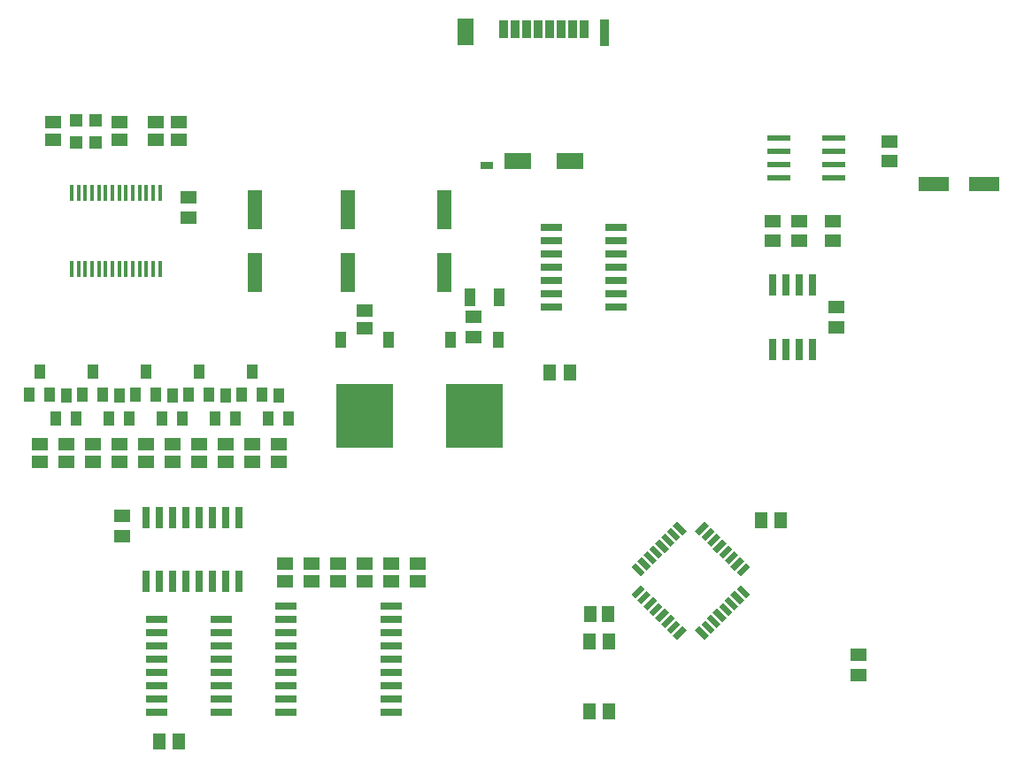
<source format=gtp>
G75*
G70*
%OFA0B0*%
%FSLAX24Y24*%
%IPPOS*%
%LPD*%
%AMOC8*
5,1,8,0,0,1.08239X$1,22.5*
%
%ADD10R,0.0260X0.0800*%
%ADD11R,0.0591X0.0512*%
%ADD12R,0.0800X0.0260*%
%ADD13R,0.0512X0.0591*%
%ADD14R,0.0551X0.1496*%
%ADD15R,0.0866X0.0236*%
%ADD16R,0.1181X0.0551*%
%ADD17R,0.2126X0.2441*%
%ADD18R,0.0394X0.0630*%
%ADD19R,0.0394X0.0709*%
%ADD20R,0.0500X0.0220*%
%ADD21R,0.0220X0.0500*%
%ADD22R,0.0157X0.0591*%
%ADD23R,0.0472X0.0472*%
%ADD24R,0.0394X0.0551*%
%ADD25R,0.0354X0.1024*%
%ADD26R,0.0591X0.1024*%
%ADD27R,0.1024X0.0591*%
%ADD28R,0.0320X0.0660*%
%ADD29R,0.0500X0.0260*%
D10*
X007631Y012491D03*
X008131Y012491D03*
X008631Y012491D03*
X009131Y012491D03*
X009631Y012491D03*
X010131Y012491D03*
X010631Y012491D03*
X011131Y012491D03*
X011131Y014911D03*
X010631Y014911D03*
X010131Y014911D03*
X009631Y014911D03*
X009131Y014911D03*
X008631Y014911D03*
X008131Y014911D03*
X007631Y014911D03*
X031256Y021241D03*
X031756Y021241D03*
X032256Y021241D03*
X032756Y021241D03*
X032756Y023661D03*
X032256Y023661D03*
X031756Y023661D03*
X031256Y023661D03*
D11*
X031256Y025327D03*
X031256Y026075D03*
X032256Y026075D03*
X032256Y025327D03*
X033506Y025327D03*
X033506Y026075D03*
X035631Y028327D03*
X035631Y029075D03*
X033631Y022825D03*
X033631Y022077D03*
X034481Y009725D03*
X034481Y008977D03*
X019981Y021702D03*
X019981Y022450D03*
X015881Y022711D03*
X015881Y022042D03*
X012631Y017661D03*
X012631Y016992D03*
X011631Y016992D03*
X011631Y017661D03*
X010631Y017661D03*
X010631Y016992D03*
X009631Y016992D03*
X009631Y017661D03*
X008631Y017661D03*
X008631Y016992D03*
X007631Y016992D03*
X007631Y017661D03*
X006631Y017661D03*
X006631Y016992D03*
X005631Y016992D03*
X005631Y017661D03*
X004631Y017661D03*
X004631Y016992D03*
X003631Y016992D03*
X003631Y017661D03*
X006756Y014950D03*
X006756Y014202D03*
X012881Y013161D03*
X012881Y012492D03*
X013881Y012492D03*
X013881Y013161D03*
X014881Y013161D03*
X014881Y012492D03*
X015881Y012492D03*
X015881Y013161D03*
X016881Y013161D03*
X016881Y012492D03*
X017881Y012492D03*
X017881Y013161D03*
X009256Y026202D03*
X009256Y026950D03*
X008881Y029117D03*
X008881Y029786D03*
X008006Y029786D03*
X008006Y029117D03*
X006631Y029117D03*
X006631Y029786D03*
X004131Y029786D03*
X004131Y029117D03*
D12*
X012901Y011576D03*
X012901Y011076D03*
X012901Y010576D03*
X012901Y010076D03*
X012901Y009576D03*
X012901Y009076D03*
X012901Y008576D03*
X012901Y008076D03*
X012901Y007576D03*
X010466Y007576D03*
X010466Y008076D03*
X010466Y008576D03*
X010466Y009076D03*
X010466Y009576D03*
X010466Y010076D03*
X010466Y010576D03*
X010466Y011076D03*
X008046Y011076D03*
X008046Y010576D03*
X008046Y010076D03*
X008046Y009576D03*
X008046Y009076D03*
X008046Y008576D03*
X008046Y008076D03*
X008046Y007576D03*
X016861Y007576D03*
X016861Y008076D03*
X016861Y008576D03*
X016861Y009076D03*
X016861Y009576D03*
X016861Y010076D03*
X016861Y010576D03*
X016861Y011076D03*
X016861Y011576D03*
X022921Y022826D03*
X022921Y023326D03*
X022921Y023826D03*
X022921Y024326D03*
X022921Y024826D03*
X022921Y025326D03*
X022921Y025826D03*
X025341Y025826D03*
X025341Y025326D03*
X025341Y024826D03*
X025341Y024326D03*
X025341Y023826D03*
X025341Y023326D03*
X025341Y022826D03*
D13*
X008132Y006451D03*
X008880Y006451D03*
X022857Y020351D03*
X023605Y020351D03*
X030807Y014801D03*
X031555Y014801D03*
X025040Y011251D03*
X024371Y011251D03*
X024332Y010226D03*
X025080Y010226D03*
X025080Y007601D03*
X024332Y007601D03*
D14*
X018881Y024145D03*
X018881Y026507D03*
X015256Y026507D03*
X015256Y024145D03*
X011756Y024145D03*
X011756Y026507D03*
D15*
X031482Y027701D03*
X031482Y028201D03*
X031482Y028701D03*
X031482Y029201D03*
X033529Y029201D03*
X033529Y028701D03*
X033529Y028201D03*
X033529Y027701D03*
D16*
X037311Y027451D03*
X039201Y027451D03*
D17*
X020006Y018717D03*
X015881Y018717D03*
D18*
X016778Y021591D03*
X014983Y021591D03*
X019108Y021591D03*
X020903Y021591D03*
D19*
X020932Y023201D03*
X019829Y023201D03*
D20*
G36*
X028825Y014599D02*
X028473Y014247D01*
X028317Y014403D01*
X028669Y014755D01*
X028825Y014599D01*
G37*
G36*
X029048Y014376D02*
X028696Y014024D01*
X028540Y014180D01*
X028892Y014532D01*
X029048Y014376D01*
G37*
G36*
X029271Y014153D02*
X028919Y013801D01*
X028763Y013957D01*
X029115Y014309D01*
X029271Y014153D01*
G37*
G36*
X029493Y013931D02*
X029141Y013579D01*
X028985Y013735D01*
X029337Y014087D01*
X029493Y013931D01*
G37*
G36*
X029716Y013708D02*
X029364Y013356D01*
X029208Y013512D01*
X029560Y013864D01*
X029716Y013708D01*
G37*
G36*
X029939Y013485D02*
X029587Y013133D01*
X029431Y013289D01*
X029783Y013641D01*
X029939Y013485D01*
G37*
G36*
X030161Y013263D02*
X029809Y012911D01*
X029653Y013067D01*
X030005Y013419D01*
X030161Y013263D01*
G37*
G36*
X030384Y013040D02*
X030032Y012688D01*
X029876Y012844D01*
X030228Y013196D01*
X030384Y013040D01*
G37*
G36*
X027994Y010650D02*
X027642Y010298D01*
X027486Y010454D01*
X027838Y010806D01*
X027994Y010650D01*
G37*
G36*
X027771Y010873D02*
X027419Y010521D01*
X027263Y010677D01*
X027615Y011029D01*
X027771Y010873D01*
G37*
G36*
X027549Y011095D02*
X027197Y010743D01*
X027041Y010899D01*
X027393Y011251D01*
X027549Y011095D01*
G37*
G36*
X027326Y011318D02*
X026974Y010966D01*
X026818Y011122D01*
X027170Y011474D01*
X027326Y011318D01*
G37*
G36*
X027103Y011541D02*
X026751Y011189D01*
X026595Y011345D01*
X026947Y011697D01*
X027103Y011541D01*
G37*
G36*
X026881Y011763D02*
X026529Y011411D01*
X026373Y011567D01*
X026725Y011919D01*
X026881Y011763D01*
G37*
G36*
X026658Y011986D02*
X026306Y011634D01*
X026150Y011790D01*
X026502Y012142D01*
X026658Y011986D01*
G37*
G36*
X026435Y012209D02*
X026083Y011857D01*
X025927Y012013D01*
X026279Y012365D01*
X026435Y012209D01*
G37*
D21*
G36*
X026435Y012844D02*
X026279Y012688D01*
X025927Y013040D01*
X026083Y013196D01*
X026435Y012844D01*
G37*
G36*
X026658Y013067D02*
X026502Y012911D01*
X026150Y013263D01*
X026306Y013419D01*
X026658Y013067D01*
G37*
G36*
X026881Y013289D02*
X026725Y013133D01*
X026373Y013485D01*
X026529Y013641D01*
X026881Y013289D01*
G37*
G36*
X027103Y013512D02*
X026947Y013356D01*
X026595Y013708D01*
X026751Y013864D01*
X027103Y013512D01*
G37*
G36*
X027326Y013735D02*
X027170Y013579D01*
X026818Y013931D01*
X026974Y014087D01*
X027326Y013735D01*
G37*
G36*
X027549Y013957D02*
X027393Y013801D01*
X027041Y014153D01*
X027197Y014309D01*
X027549Y013957D01*
G37*
G36*
X027771Y014180D02*
X027615Y014024D01*
X027263Y014376D01*
X027419Y014532D01*
X027771Y014180D01*
G37*
G36*
X027994Y014403D02*
X027838Y014247D01*
X027486Y014599D01*
X027642Y014755D01*
X027994Y014403D01*
G37*
G36*
X030384Y012013D02*
X030228Y011857D01*
X029876Y012209D01*
X030032Y012365D01*
X030384Y012013D01*
G37*
G36*
X030161Y011790D02*
X030005Y011634D01*
X029653Y011986D01*
X029809Y012142D01*
X030161Y011790D01*
G37*
G36*
X029939Y011567D02*
X029783Y011411D01*
X029431Y011763D01*
X029587Y011919D01*
X029939Y011567D01*
G37*
G36*
X029716Y011345D02*
X029560Y011189D01*
X029208Y011541D01*
X029364Y011697D01*
X029716Y011345D01*
G37*
G36*
X029493Y011122D02*
X029337Y010966D01*
X028985Y011318D01*
X029141Y011474D01*
X029493Y011122D01*
G37*
G36*
X029271Y010899D02*
X029115Y010743D01*
X028763Y011095D01*
X028919Y011251D01*
X029271Y010899D01*
G37*
G36*
X029048Y010677D02*
X028892Y010521D01*
X028540Y010873D01*
X028696Y011029D01*
X029048Y010677D01*
G37*
G36*
X028825Y010454D02*
X028669Y010298D01*
X028317Y010650D01*
X028473Y010806D01*
X028825Y010454D01*
G37*
D22*
X008169Y024274D03*
X007913Y024274D03*
X007657Y024274D03*
X007401Y024274D03*
X007145Y024274D03*
X006890Y024274D03*
X006634Y024274D03*
X006378Y024274D03*
X006122Y024274D03*
X005866Y024274D03*
X005610Y024274D03*
X005354Y024274D03*
X005098Y024274D03*
X004842Y024274D03*
X004842Y027129D03*
X005098Y027129D03*
X005354Y027129D03*
X005610Y027129D03*
X005866Y027129D03*
X006122Y027129D03*
X006378Y027129D03*
X006634Y027129D03*
X006890Y027129D03*
X007145Y027129D03*
X007401Y027129D03*
X007657Y027129D03*
X007913Y027129D03*
X008169Y027129D03*
D23*
X005756Y029038D03*
X005006Y029038D03*
X005006Y029865D03*
X005756Y029865D03*
D24*
X005631Y020384D03*
X006005Y019518D03*
X005257Y019518D03*
X004631Y019509D03*
X004005Y019518D03*
X003257Y019518D03*
X003631Y020384D03*
X004257Y018643D03*
X005005Y018643D03*
X006257Y018643D03*
X007005Y018643D03*
X007257Y019518D03*
X006631Y019509D03*
X007631Y020384D03*
X008005Y019518D03*
X008631Y019509D03*
X009257Y019518D03*
X010005Y019518D03*
X010631Y019509D03*
X011257Y019518D03*
X012005Y019518D03*
X012631Y019509D03*
X013005Y018643D03*
X012257Y018643D03*
X011005Y018643D03*
X010257Y018643D03*
X009005Y018643D03*
X008257Y018643D03*
X009631Y020384D03*
X011631Y020384D03*
D25*
X024912Y033150D03*
D26*
X019676Y033190D03*
D27*
X021625Y028327D03*
X023593Y028327D03*
D28*
X023711Y033308D03*
X023278Y033308D03*
X022845Y033308D03*
X022412Y033308D03*
X021979Y033308D03*
X021546Y033308D03*
X021113Y033308D03*
X024144Y033308D03*
D29*
X020483Y028150D03*
M02*

</source>
